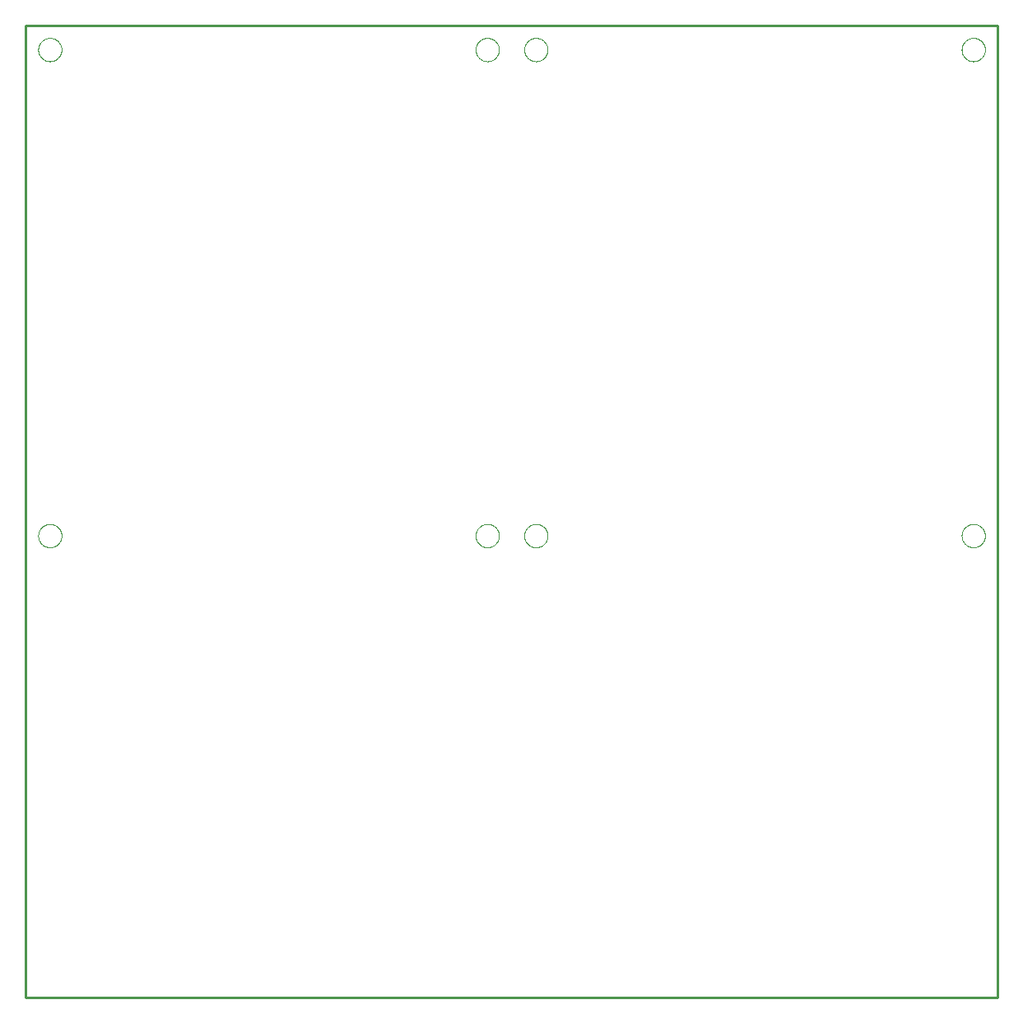
<source format=gm1>
G75*
%MOIN*%
%OFA0B0*%
%FSLAX25Y25*%
%IPPOS*%
%LPD*%
%AMOC8*
5,1,8,0,0,1.08239X$1,22.5*
%
%ADD10C,0.00000*%
%ADD11C,0.00984*%
D10*
X0005000Y0005000D02*
X0398701Y0005000D01*
X0398701Y0398701D01*
X0005000Y0398701D01*
X0005000Y0005000D01*
X0010119Y0192008D02*
X0010121Y0192145D01*
X0010127Y0192283D01*
X0010137Y0192420D01*
X0010151Y0192556D01*
X0010169Y0192693D01*
X0010191Y0192828D01*
X0010217Y0192963D01*
X0010246Y0193097D01*
X0010280Y0193231D01*
X0010317Y0193363D01*
X0010359Y0193494D01*
X0010404Y0193624D01*
X0010453Y0193752D01*
X0010505Y0193879D01*
X0010562Y0194004D01*
X0010621Y0194128D01*
X0010685Y0194250D01*
X0010752Y0194370D01*
X0010822Y0194488D01*
X0010896Y0194604D01*
X0010973Y0194718D01*
X0011054Y0194829D01*
X0011137Y0194938D01*
X0011224Y0195045D01*
X0011314Y0195148D01*
X0011407Y0195250D01*
X0011503Y0195348D01*
X0011601Y0195444D01*
X0011703Y0195537D01*
X0011806Y0195627D01*
X0011913Y0195714D01*
X0012022Y0195797D01*
X0012133Y0195878D01*
X0012247Y0195955D01*
X0012363Y0196029D01*
X0012481Y0196099D01*
X0012601Y0196166D01*
X0012723Y0196230D01*
X0012847Y0196289D01*
X0012972Y0196346D01*
X0013099Y0196398D01*
X0013227Y0196447D01*
X0013357Y0196492D01*
X0013488Y0196534D01*
X0013620Y0196571D01*
X0013754Y0196605D01*
X0013888Y0196634D01*
X0014023Y0196660D01*
X0014158Y0196682D01*
X0014295Y0196700D01*
X0014431Y0196714D01*
X0014568Y0196724D01*
X0014706Y0196730D01*
X0014843Y0196732D01*
X0014980Y0196730D01*
X0015118Y0196724D01*
X0015255Y0196714D01*
X0015391Y0196700D01*
X0015528Y0196682D01*
X0015663Y0196660D01*
X0015798Y0196634D01*
X0015932Y0196605D01*
X0016066Y0196571D01*
X0016198Y0196534D01*
X0016329Y0196492D01*
X0016459Y0196447D01*
X0016587Y0196398D01*
X0016714Y0196346D01*
X0016839Y0196289D01*
X0016963Y0196230D01*
X0017085Y0196166D01*
X0017205Y0196099D01*
X0017323Y0196029D01*
X0017439Y0195955D01*
X0017553Y0195878D01*
X0017664Y0195797D01*
X0017773Y0195714D01*
X0017880Y0195627D01*
X0017983Y0195537D01*
X0018085Y0195444D01*
X0018183Y0195348D01*
X0018279Y0195250D01*
X0018372Y0195148D01*
X0018462Y0195045D01*
X0018549Y0194938D01*
X0018632Y0194829D01*
X0018713Y0194718D01*
X0018790Y0194604D01*
X0018864Y0194488D01*
X0018934Y0194370D01*
X0019001Y0194250D01*
X0019065Y0194128D01*
X0019124Y0194004D01*
X0019181Y0193879D01*
X0019233Y0193752D01*
X0019282Y0193624D01*
X0019327Y0193494D01*
X0019369Y0193363D01*
X0019406Y0193231D01*
X0019440Y0193097D01*
X0019469Y0192963D01*
X0019495Y0192828D01*
X0019517Y0192693D01*
X0019535Y0192556D01*
X0019549Y0192420D01*
X0019559Y0192283D01*
X0019565Y0192145D01*
X0019567Y0192008D01*
X0019565Y0191871D01*
X0019559Y0191733D01*
X0019549Y0191596D01*
X0019535Y0191460D01*
X0019517Y0191323D01*
X0019495Y0191188D01*
X0019469Y0191053D01*
X0019440Y0190919D01*
X0019406Y0190785D01*
X0019369Y0190653D01*
X0019327Y0190522D01*
X0019282Y0190392D01*
X0019233Y0190264D01*
X0019181Y0190137D01*
X0019124Y0190012D01*
X0019065Y0189888D01*
X0019001Y0189766D01*
X0018934Y0189646D01*
X0018864Y0189528D01*
X0018790Y0189412D01*
X0018713Y0189298D01*
X0018632Y0189187D01*
X0018549Y0189078D01*
X0018462Y0188971D01*
X0018372Y0188868D01*
X0018279Y0188766D01*
X0018183Y0188668D01*
X0018085Y0188572D01*
X0017983Y0188479D01*
X0017880Y0188389D01*
X0017773Y0188302D01*
X0017664Y0188219D01*
X0017553Y0188138D01*
X0017439Y0188061D01*
X0017323Y0187987D01*
X0017205Y0187917D01*
X0017085Y0187850D01*
X0016963Y0187786D01*
X0016839Y0187727D01*
X0016714Y0187670D01*
X0016587Y0187618D01*
X0016459Y0187569D01*
X0016329Y0187524D01*
X0016198Y0187482D01*
X0016066Y0187445D01*
X0015932Y0187411D01*
X0015798Y0187382D01*
X0015663Y0187356D01*
X0015528Y0187334D01*
X0015391Y0187316D01*
X0015255Y0187302D01*
X0015118Y0187292D01*
X0014980Y0187286D01*
X0014843Y0187284D01*
X0014706Y0187286D01*
X0014568Y0187292D01*
X0014431Y0187302D01*
X0014295Y0187316D01*
X0014158Y0187334D01*
X0014023Y0187356D01*
X0013888Y0187382D01*
X0013754Y0187411D01*
X0013620Y0187445D01*
X0013488Y0187482D01*
X0013357Y0187524D01*
X0013227Y0187569D01*
X0013099Y0187618D01*
X0012972Y0187670D01*
X0012847Y0187727D01*
X0012723Y0187786D01*
X0012601Y0187850D01*
X0012481Y0187917D01*
X0012363Y0187987D01*
X0012247Y0188061D01*
X0012133Y0188138D01*
X0012022Y0188219D01*
X0011913Y0188302D01*
X0011806Y0188389D01*
X0011703Y0188479D01*
X0011601Y0188572D01*
X0011503Y0188668D01*
X0011407Y0188766D01*
X0011314Y0188868D01*
X0011224Y0188971D01*
X0011137Y0189078D01*
X0011054Y0189187D01*
X0010973Y0189298D01*
X0010896Y0189412D01*
X0010822Y0189528D01*
X0010752Y0189646D01*
X0010685Y0189766D01*
X0010621Y0189888D01*
X0010562Y0190012D01*
X0010505Y0190137D01*
X0010453Y0190264D01*
X0010404Y0190392D01*
X0010359Y0190522D01*
X0010317Y0190653D01*
X0010280Y0190785D01*
X0010246Y0190919D01*
X0010217Y0191053D01*
X0010191Y0191188D01*
X0010169Y0191323D01*
X0010151Y0191460D01*
X0010137Y0191596D01*
X0010127Y0191733D01*
X0010121Y0191871D01*
X0010119Y0192008D01*
X0187284Y0192008D02*
X0187286Y0192145D01*
X0187292Y0192283D01*
X0187302Y0192420D01*
X0187316Y0192556D01*
X0187334Y0192693D01*
X0187356Y0192828D01*
X0187382Y0192963D01*
X0187411Y0193097D01*
X0187445Y0193231D01*
X0187482Y0193363D01*
X0187524Y0193494D01*
X0187569Y0193624D01*
X0187618Y0193752D01*
X0187670Y0193879D01*
X0187727Y0194004D01*
X0187786Y0194128D01*
X0187850Y0194250D01*
X0187917Y0194370D01*
X0187987Y0194488D01*
X0188061Y0194604D01*
X0188138Y0194718D01*
X0188219Y0194829D01*
X0188302Y0194938D01*
X0188389Y0195045D01*
X0188479Y0195148D01*
X0188572Y0195250D01*
X0188668Y0195348D01*
X0188766Y0195444D01*
X0188868Y0195537D01*
X0188971Y0195627D01*
X0189078Y0195714D01*
X0189187Y0195797D01*
X0189298Y0195878D01*
X0189412Y0195955D01*
X0189528Y0196029D01*
X0189646Y0196099D01*
X0189766Y0196166D01*
X0189888Y0196230D01*
X0190012Y0196289D01*
X0190137Y0196346D01*
X0190264Y0196398D01*
X0190392Y0196447D01*
X0190522Y0196492D01*
X0190653Y0196534D01*
X0190785Y0196571D01*
X0190919Y0196605D01*
X0191053Y0196634D01*
X0191188Y0196660D01*
X0191323Y0196682D01*
X0191460Y0196700D01*
X0191596Y0196714D01*
X0191733Y0196724D01*
X0191871Y0196730D01*
X0192008Y0196732D01*
X0192145Y0196730D01*
X0192283Y0196724D01*
X0192420Y0196714D01*
X0192556Y0196700D01*
X0192693Y0196682D01*
X0192828Y0196660D01*
X0192963Y0196634D01*
X0193097Y0196605D01*
X0193231Y0196571D01*
X0193363Y0196534D01*
X0193494Y0196492D01*
X0193624Y0196447D01*
X0193752Y0196398D01*
X0193879Y0196346D01*
X0194004Y0196289D01*
X0194128Y0196230D01*
X0194250Y0196166D01*
X0194370Y0196099D01*
X0194488Y0196029D01*
X0194604Y0195955D01*
X0194718Y0195878D01*
X0194829Y0195797D01*
X0194938Y0195714D01*
X0195045Y0195627D01*
X0195148Y0195537D01*
X0195250Y0195444D01*
X0195348Y0195348D01*
X0195444Y0195250D01*
X0195537Y0195148D01*
X0195627Y0195045D01*
X0195714Y0194938D01*
X0195797Y0194829D01*
X0195878Y0194718D01*
X0195955Y0194604D01*
X0196029Y0194488D01*
X0196099Y0194370D01*
X0196166Y0194250D01*
X0196230Y0194128D01*
X0196289Y0194004D01*
X0196346Y0193879D01*
X0196398Y0193752D01*
X0196447Y0193624D01*
X0196492Y0193494D01*
X0196534Y0193363D01*
X0196571Y0193231D01*
X0196605Y0193097D01*
X0196634Y0192963D01*
X0196660Y0192828D01*
X0196682Y0192693D01*
X0196700Y0192556D01*
X0196714Y0192420D01*
X0196724Y0192283D01*
X0196730Y0192145D01*
X0196732Y0192008D01*
X0196730Y0191871D01*
X0196724Y0191733D01*
X0196714Y0191596D01*
X0196700Y0191460D01*
X0196682Y0191323D01*
X0196660Y0191188D01*
X0196634Y0191053D01*
X0196605Y0190919D01*
X0196571Y0190785D01*
X0196534Y0190653D01*
X0196492Y0190522D01*
X0196447Y0190392D01*
X0196398Y0190264D01*
X0196346Y0190137D01*
X0196289Y0190012D01*
X0196230Y0189888D01*
X0196166Y0189766D01*
X0196099Y0189646D01*
X0196029Y0189528D01*
X0195955Y0189412D01*
X0195878Y0189298D01*
X0195797Y0189187D01*
X0195714Y0189078D01*
X0195627Y0188971D01*
X0195537Y0188868D01*
X0195444Y0188766D01*
X0195348Y0188668D01*
X0195250Y0188572D01*
X0195148Y0188479D01*
X0195045Y0188389D01*
X0194938Y0188302D01*
X0194829Y0188219D01*
X0194718Y0188138D01*
X0194604Y0188061D01*
X0194488Y0187987D01*
X0194370Y0187917D01*
X0194250Y0187850D01*
X0194128Y0187786D01*
X0194004Y0187727D01*
X0193879Y0187670D01*
X0193752Y0187618D01*
X0193624Y0187569D01*
X0193494Y0187524D01*
X0193363Y0187482D01*
X0193231Y0187445D01*
X0193097Y0187411D01*
X0192963Y0187382D01*
X0192828Y0187356D01*
X0192693Y0187334D01*
X0192556Y0187316D01*
X0192420Y0187302D01*
X0192283Y0187292D01*
X0192145Y0187286D01*
X0192008Y0187284D01*
X0191871Y0187286D01*
X0191733Y0187292D01*
X0191596Y0187302D01*
X0191460Y0187316D01*
X0191323Y0187334D01*
X0191188Y0187356D01*
X0191053Y0187382D01*
X0190919Y0187411D01*
X0190785Y0187445D01*
X0190653Y0187482D01*
X0190522Y0187524D01*
X0190392Y0187569D01*
X0190264Y0187618D01*
X0190137Y0187670D01*
X0190012Y0187727D01*
X0189888Y0187786D01*
X0189766Y0187850D01*
X0189646Y0187917D01*
X0189528Y0187987D01*
X0189412Y0188061D01*
X0189298Y0188138D01*
X0189187Y0188219D01*
X0189078Y0188302D01*
X0188971Y0188389D01*
X0188868Y0188479D01*
X0188766Y0188572D01*
X0188668Y0188668D01*
X0188572Y0188766D01*
X0188479Y0188868D01*
X0188389Y0188971D01*
X0188302Y0189078D01*
X0188219Y0189187D01*
X0188138Y0189298D01*
X0188061Y0189412D01*
X0187987Y0189528D01*
X0187917Y0189646D01*
X0187850Y0189766D01*
X0187786Y0189888D01*
X0187727Y0190012D01*
X0187670Y0190137D01*
X0187618Y0190264D01*
X0187569Y0190392D01*
X0187524Y0190522D01*
X0187482Y0190653D01*
X0187445Y0190785D01*
X0187411Y0190919D01*
X0187382Y0191053D01*
X0187356Y0191188D01*
X0187334Y0191323D01*
X0187316Y0191460D01*
X0187302Y0191596D01*
X0187292Y0191733D01*
X0187286Y0191871D01*
X0187284Y0192008D01*
X0206969Y0192008D02*
X0206971Y0192145D01*
X0206977Y0192283D01*
X0206987Y0192420D01*
X0207001Y0192556D01*
X0207019Y0192693D01*
X0207041Y0192828D01*
X0207067Y0192963D01*
X0207096Y0193097D01*
X0207130Y0193231D01*
X0207167Y0193363D01*
X0207209Y0193494D01*
X0207254Y0193624D01*
X0207303Y0193752D01*
X0207355Y0193879D01*
X0207412Y0194004D01*
X0207471Y0194128D01*
X0207535Y0194250D01*
X0207602Y0194370D01*
X0207672Y0194488D01*
X0207746Y0194604D01*
X0207823Y0194718D01*
X0207904Y0194829D01*
X0207987Y0194938D01*
X0208074Y0195045D01*
X0208164Y0195148D01*
X0208257Y0195250D01*
X0208353Y0195348D01*
X0208451Y0195444D01*
X0208553Y0195537D01*
X0208656Y0195627D01*
X0208763Y0195714D01*
X0208872Y0195797D01*
X0208983Y0195878D01*
X0209097Y0195955D01*
X0209213Y0196029D01*
X0209331Y0196099D01*
X0209451Y0196166D01*
X0209573Y0196230D01*
X0209697Y0196289D01*
X0209822Y0196346D01*
X0209949Y0196398D01*
X0210077Y0196447D01*
X0210207Y0196492D01*
X0210338Y0196534D01*
X0210470Y0196571D01*
X0210604Y0196605D01*
X0210738Y0196634D01*
X0210873Y0196660D01*
X0211008Y0196682D01*
X0211145Y0196700D01*
X0211281Y0196714D01*
X0211418Y0196724D01*
X0211556Y0196730D01*
X0211693Y0196732D01*
X0211830Y0196730D01*
X0211968Y0196724D01*
X0212105Y0196714D01*
X0212241Y0196700D01*
X0212378Y0196682D01*
X0212513Y0196660D01*
X0212648Y0196634D01*
X0212782Y0196605D01*
X0212916Y0196571D01*
X0213048Y0196534D01*
X0213179Y0196492D01*
X0213309Y0196447D01*
X0213437Y0196398D01*
X0213564Y0196346D01*
X0213689Y0196289D01*
X0213813Y0196230D01*
X0213935Y0196166D01*
X0214055Y0196099D01*
X0214173Y0196029D01*
X0214289Y0195955D01*
X0214403Y0195878D01*
X0214514Y0195797D01*
X0214623Y0195714D01*
X0214730Y0195627D01*
X0214833Y0195537D01*
X0214935Y0195444D01*
X0215033Y0195348D01*
X0215129Y0195250D01*
X0215222Y0195148D01*
X0215312Y0195045D01*
X0215399Y0194938D01*
X0215482Y0194829D01*
X0215563Y0194718D01*
X0215640Y0194604D01*
X0215714Y0194488D01*
X0215784Y0194370D01*
X0215851Y0194250D01*
X0215915Y0194128D01*
X0215974Y0194004D01*
X0216031Y0193879D01*
X0216083Y0193752D01*
X0216132Y0193624D01*
X0216177Y0193494D01*
X0216219Y0193363D01*
X0216256Y0193231D01*
X0216290Y0193097D01*
X0216319Y0192963D01*
X0216345Y0192828D01*
X0216367Y0192693D01*
X0216385Y0192556D01*
X0216399Y0192420D01*
X0216409Y0192283D01*
X0216415Y0192145D01*
X0216417Y0192008D01*
X0216415Y0191871D01*
X0216409Y0191733D01*
X0216399Y0191596D01*
X0216385Y0191460D01*
X0216367Y0191323D01*
X0216345Y0191188D01*
X0216319Y0191053D01*
X0216290Y0190919D01*
X0216256Y0190785D01*
X0216219Y0190653D01*
X0216177Y0190522D01*
X0216132Y0190392D01*
X0216083Y0190264D01*
X0216031Y0190137D01*
X0215974Y0190012D01*
X0215915Y0189888D01*
X0215851Y0189766D01*
X0215784Y0189646D01*
X0215714Y0189528D01*
X0215640Y0189412D01*
X0215563Y0189298D01*
X0215482Y0189187D01*
X0215399Y0189078D01*
X0215312Y0188971D01*
X0215222Y0188868D01*
X0215129Y0188766D01*
X0215033Y0188668D01*
X0214935Y0188572D01*
X0214833Y0188479D01*
X0214730Y0188389D01*
X0214623Y0188302D01*
X0214514Y0188219D01*
X0214403Y0188138D01*
X0214289Y0188061D01*
X0214173Y0187987D01*
X0214055Y0187917D01*
X0213935Y0187850D01*
X0213813Y0187786D01*
X0213689Y0187727D01*
X0213564Y0187670D01*
X0213437Y0187618D01*
X0213309Y0187569D01*
X0213179Y0187524D01*
X0213048Y0187482D01*
X0212916Y0187445D01*
X0212782Y0187411D01*
X0212648Y0187382D01*
X0212513Y0187356D01*
X0212378Y0187334D01*
X0212241Y0187316D01*
X0212105Y0187302D01*
X0211968Y0187292D01*
X0211830Y0187286D01*
X0211693Y0187284D01*
X0211556Y0187286D01*
X0211418Y0187292D01*
X0211281Y0187302D01*
X0211145Y0187316D01*
X0211008Y0187334D01*
X0210873Y0187356D01*
X0210738Y0187382D01*
X0210604Y0187411D01*
X0210470Y0187445D01*
X0210338Y0187482D01*
X0210207Y0187524D01*
X0210077Y0187569D01*
X0209949Y0187618D01*
X0209822Y0187670D01*
X0209697Y0187727D01*
X0209573Y0187786D01*
X0209451Y0187850D01*
X0209331Y0187917D01*
X0209213Y0187987D01*
X0209097Y0188061D01*
X0208983Y0188138D01*
X0208872Y0188219D01*
X0208763Y0188302D01*
X0208656Y0188389D01*
X0208553Y0188479D01*
X0208451Y0188572D01*
X0208353Y0188668D01*
X0208257Y0188766D01*
X0208164Y0188868D01*
X0208074Y0188971D01*
X0207987Y0189078D01*
X0207904Y0189187D01*
X0207823Y0189298D01*
X0207746Y0189412D01*
X0207672Y0189528D01*
X0207602Y0189646D01*
X0207535Y0189766D01*
X0207471Y0189888D01*
X0207412Y0190012D01*
X0207355Y0190137D01*
X0207303Y0190264D01*
X0207254Y0190392D01*
X0207209Y0190522D01*
X0207167Y0190653D01*
X0207130Y0190785D01*
X0207096Y0190919D01*
X0207067Y0191053D01*
X0207041Y0191188D01*
X0207019Y0191323D01*
X0207001Y0191460D01*
X0206987Y0191596D01*
X0206977Y0191733D01*
X0206971Y0191871D01*
X0206969Y0192008D01*
X0384134Y0192008D02*
X0384136Y0192145D01*
X0384142Y0192283D01*
X0384152Y0192420D01*
X0384166Y0192556D01*
X0384184Y0192693D01*
X0384206Y0192828D01*
X0384232Y0192963D01*
X0384261Y0193097D01*
X0384295Y0193231D01*
X0384332Y0193363D01*
X0384374Y0193494D01*
X0384419Y0193624D01*
X0384468Y0193752D01*
X0384520Y0193879D01*
X0384577Y0194004D01*
X0384636Y0194128D01*
X0384700Y0194250D01*
X0384767Y0194370D01*
X0384837Y0194488D01*
X0384911Y0194604D01*
X0384988Y0194718D01*
X0385069Y0194829D01*
X0385152Y0194938D01*
X0385239Y0195045D01*
X0385329Y0195148D01*
X0385422Y0195250D01*
X0385518Y0195348D01*
X0385616Y0195444D01*
X0385718Y0195537D01*
X0385821Y0195627D01*
X0385928Y0195714D01*
X0386037Y0195797D01*
X0386148Y0195878D01*
X0386262Y0195955D01*
X0386378Y0196029D01*
X0386496Y0196099D01*
X0386616Y0196166D01*
X0386738Y0196230D01*
X0386862Y0196289D01*
X0386987Y0196346D01*
X0387114Y0196398D01*
X0387242Y0196447D01*
X0387372Y0196492D01*
X0387503Y0196534D01*
X0387635Y0196571D01*
X0387769Y0196605D01*
X0387903Y0196634D01*
X0388038Y0196660D01*
X0388173Y0196682D01*
X0388310Y0196700D01*
X0388446Y0196714D01*
X0388583Y0196724D01*
X0388721Y0196730D01*
X0388858Y0196732D01*
X0388995Y0196730D01*
X0389133Y0196724D01*
X0389270Y0196714D01*
X0389406Y0196700D01*
X0389543Y0196682D01*
X0389678Y0196660D01*
X0389813Y0196634D01*
X0389947Y0196605D01*
X0390081Y0196571D01*
X0390213Y0196534D01*
X0390344Y0196492D01*
X0390474Y0196447D01*
X0390602Y0196398D01*
X0390729Y0196346D01*
X0390854Y0196289D01*
X0390978Y0196230D01*
X0391100Y0196166D01*
X0391220Y0196099D01*
X0391338Y0196029D01*
X0391454Y0195955D01*
X0391568Y0195878D01*
X0391679Y0195797D01*
X0391788Y0195714D01*
X0391895Y0195627D01*
X0391998Y0195537D01*
X0392100Y0195444D01*
X0392198Y0195348D01*
X0392294Y0195250D01*
X0392387Y0195148D01*
X0392477Y0195045D01*
X0392564Y0194938D01*
X0392647Y0194829D01*
X0392728Y0194718D01*
X0392805Y0194604D01*
X0392879Y0194488D01*
X0392949Y0194370D01*
X0393016Y0194250D01*
X0393080Y0194128D01*
X0393139Y0194004D01*
X0393196Y0193879D01*
X0393248Y0193752D01*
X0393297Y0193624D01*
X0393342Y0193494D01*
X0393384Y0193363D01*
X0393421Y0193231D01*
X0393455Y0193097D01*
X0393484Y0192963D01*
X0393510Y0192828D01*
X0393532Y0192693D01*
X0393550Y0192556D01*
X0393564Y0192420D01*
X0393574Y0192283D01*
X0393580Y0192145D01*
X0393582Y0192008D01*
X0393580Y0191871D01*
X0393574Y0191733D01*
X0393564Y0191596D01*
X0393550Y0191460D01*
X0393532Y0191323D01*
X0393510Y0191188D01*
X0393484Y0191053D01*
X0393455Y0190919D01*
X0393421Y0190785D01*
X0393384Y0190653D01*
X0393342Y0190522D01*
X0393297Y0190392D01*
X0393248Y0190264D01*
X0393196Y0190137D01*
X0393139Y0190012D01*
X0393080Y0189888D01*
X0393016Y0189766D01*
X0392949Y0189646D01*
X0392879Y0189528D01*
X0392805Y0189412D01*
X0392728Y0189298D01*
X0392647Y0189187D01*
X0392564Y0189078D01*
X0392477Y0188971D01*
X0392387Y0188868D01*
X0392294Y0188766D01*
X0392198Y0188668D01*
X0392100Y0188572D01*
X0391998Y0188479D01*
X0391895Y0188389D01*
X0391788Y0188302D01*
X0391679Y0188219D01*
X0391568Y0188138D01*
X0391454Y0188061D01*
X0391338Y0187987D01*
X0391220Y0187917D01*
X0391100Y0187850D01*
X0390978Y0187786D01*
X0390854Y0187727D01*
X0390729Y0187670D01*
X0390602Y0187618D01*
X0390474Y0187569D01*
X0390344Y0187524D01*
X0390213Y0187482D01*
X0390081Y0187445D01*
X0389947Y0187411D01*
X0389813Y0187382D01*
X0389678Y0187356D01*
X0389543Y0187334D01*
X0389406Y0187316D01*
X0389270Y0187302D01*
X0389133Y0187292D01*
X0388995Y0187286D01*
X0388858Y0187284D01*
X0388721Y0187286D01*
X0388583Y0187292D01*
X0388446Y0187302D01*
X0388310Y0187316D01*
X0388173Y0187334D01*
X0388038Y0187356D01*
X0387903Y0187382D01*
X0387769Y0187411D01*
X0387635Y0187445D01*
X0387503Y0187482D01*
X0387372Y0187524D01*
X0387242Y0187569D01*
X0387114Y0187618D01*
X0386987Y0187670D01*
X0386862Y0187727D01*
X0386738Y0187786D01*
X0386616Y0187850D01*
X0386496Y0187917D01*
X0386378Y0187987D01*
X0386262Y0188061D01*
X0386148Y0188138D01*
X0386037Y0188219D01*
X0385928Y0188302D01*
X0385821Y0188389D01*
X0385718Y0188479D01*
X0385616Y0188572D01*
X0385518Y0188668D01*
X0385422Y0188766D01*
X0385329Y0188868D01*
X0385239Y0188971D01*
X0385152Y0189078D01*
X0385069Y0189187D01*
X0384988Y0189298D01*
X0384911Y0189412D01*
X0384837Y0189528D01*
X0384767Y0189646D01*
X0384700Y0189766D01*
X0384636Y0189888D01*
X0384577Y0190012D01*
X0384520Y0190137D01*
X0384468Y0190264D01*
X0384419Y0190392D01*
X0384374Y0190522D01*
X0384332Y0190653D01*
X0384295Y0190785D01*
X0384261Y0190919D01*
X0384232Y0191053D01*
X0384206Y0191188D01*
X0384184Y0191323D01*
X0384166Y0191460D01*
X0384152Y0191596D01*
X0384142Y0191733D01*
X0384136Y0191871D01*
X0384134Y0192008D01*
X0384134Y0388858D02*
X0384136Y0388995D01*
X0384142Y0389133D01*
X0384152Y0389270D01*
X0384166Y0389406D01*
X0384184Y0389543D01*
X0384206Y0389678D01*
X0384232Y0389813D01*
X0384261Y0389947D01*
X0384295Y0390081D01*
X0384332Y0390213D01*
X0384374Y0390344D01*
X0384419Y0390474D01*
X0384468Y0390602D01*
X0384520Y0390729D01*
X0384577Y0390854D01*
X0384636Y0390978D01*
X0384700Y0391100D01*
X0384767Y0391220D01*
X0384837Y0391338D01*
X0384911Y0391454D01*
X0384988Y0391568D01*
X0385069Y0391679D01*
X0385152Y0391788D01*
X0385239Y0391895D01*
X0385329Y0391998D01*
X0385422Y0392100D01*
X0385518Y0392198D01*
X0385616Y0392294D01*
X0385718Y0392387D01*
X0385821Y0392477D01*
X0385928Y0392564D01*
X0386037Y0392647D01*
X0386148Y0392728D01*
X0386262Y0392805D01*
X0386378Y0392879D01*
X0386496Y0392949D01*
X0386616Y0393016D01*
X0386738Y0393080D01*
X0386862Y0393139D01*
X0386987Y0393196D01*
X0387114Y0393248D01*
X0387242Y0393297D01*
X0387372Y0393342D01*
X0387503Y0393384D01*
X0387635Y0393421D01*
X0387769Y0393455D01*
X0387903Y0393484D01*
X0388038Y0393510D01*
X0388173Y0393532D01*
X0388310Y0393550D01*
X0388446Y0393564D01*
X0388583Y0393574D01*
X0388721Y0393580D01*
X0388858Y0393582D01*
X0388995Y0393580D01*
X0389133Y0393574D01*
X0389270Y0393564D01*
X0389406Y0393550D01*
X0389543Y0393532D01*
X0389678Y0393510D01*
X0389813Y0393484D01*
X0389947Y0393455D01*
X0390081Y0393421D01*
X0390213Y0393384D01*
X0390344Y0393342D01*
X0390474Y0393297D01*
X0390602Y0393248D01*
X0390729Y0393196D01*
X0390854Y0393139D01*
X0390978Y0393080D01*
X0391100Y0393016D01*
X0391220Y0392949D01*
X0391338Y0392879D01*
X0391454Y0392805D01*
X0391568Y0392728D01*
X0391679Y0392647D01*
X0391788Y0392564D01*
X0391895Y0392477D01*
X0391998Y0392387D01*
X0392100Y0392294D01*
X0392198Y0392198D01*
X0392294Y0392100D01*
X0392387Y0391998D01*
X0392477Y0391895D01*
X0392564Y0391788D01*
X0392647Y0391679D01*
X0392728Y0391568D01*
X0392805Y0391454D01*
X0392879Y0391338D01*
X0392949Y0391220D01*
X0393016Y0391100D01*
X0393080Y0390978D01*
X0393139Y0390854D01*
X0393196Y0390729D01*
X0393248Y0390602D01*
X0393297Y0390474D01*
X0393342Y0390344D01*
X0393384Y0390213D01*
X0393421Y0390081D01*
X0393455Y0389947D01*
X0393484Y0389813D01*
X0393510Y0389678D01*
X0393532Y0389543D01*
X0393550Y0389406D01*
X0393564Y0389270D01*
X0393574Y0389133D01*
X0393580Y0388995D01*
X0393582Y0388858D01*
X0393580Y0388721D01*
X0393574Y0388583D01*
X0393564Y0388446D01*
X0393550Y0388310D01*
X0393532Y0388173D01*
X0393510Y0388038D01*
X0393484Y0387903D01*
X0393455Y0387769D01*
X0393421Y0387635D01*
X0393384Y0387503D01*
X0393342Y0387372D01*
X0393297Y0387242D01*
X0393248Y0387114D01*
X0393196Y0386987D01*
X0393139Y0386862D01*
X0393080Y0386738D01*
X0393016Y0386616D01*
X0392949Y0386496D01*
X0392879Y0386378D01*
X0392805Y0386262D01*
X0392728Y0386148D01*
X0392647Y0386037D01*
X0392564Y0385928D01*
X0392477Y0385821D01*
X0392387Y0385718D01*
X0392294Y0385616D01*
X0392198Y0385518D01*
X0392100Y0385422D01*
X0391998Y0385329D01*
X0391895Y0385239D01*
X0391788Y0385152D01*
X0391679Y0385069D01*
X0391568Y0384988D01*
X0391454Y0384911D01*
X0391338Y0384837D01*
X0391220Y0384767D01*
X0391100Y0384700D01*
X0390978Y0384636D01*
X0390854Y0384577D01*
X0390729Y0384520D01*
X0390602Y0384468D01*
X0390474Y0384419D01*
X0390344Y0384374D01*
X0390213Y0384332D01*
X0390081Y0384295D01*
X0389947Y0384261D01*
X0389813Y0384232D01*
X0389678Y0384206D01*
X0389543Y0384184D01*
X0389406Y0384166D01*
X0389270Y0384152D01*
X0389133Y0384142D01*
X0388995Y0384136D01*
X0388858Y0384134D01*
X0388721Y0384136D01*
X0388583Y0384142D01*
X0388446Y0384152D01*
X0388310Y0384166D01*
X0388173Y0384184D01*
X0388038Y0384206D01*
X0387903Y0384232D01*
X0387769Y0384261D01*
X0387635Y0384295D01*
X0387503Y0384332D01*
X0387372Y0384374D01*
X0387242Y0384419D01*
X0387114Y0384468D01*
X0386987Y0384520D01*
X0386862Y0384577D01*
X0386738Y0384636D01*
X0386616Y0384700D01*
X0386496Y0384767D01*
X0386378Y0384837D01*
X0386262Y0384911D01*
X0386148Y0384988D01*
X0386037Y0385069D01*
X0385928Y0385152D01*
X0385821Y0385239D01*
X0385718Y0385329D01*
X0385616Y0385422D01*
X0385518Y0385518D01*
X0385422Y0385616D01*
X0385329Y0385718D01*
X0385239Y0385821D01*
X0385152Y0385928D01*
X0385069Y0386037D01*
X0384988Y0386148D01*
X0384911Y0386262D01*
X0384837Y0386378D01*
X0384767Y0386496D01*
X0384700Y0386616D01*
X0384636Y0386738D01*
X0384577Y0386862D01*
X0384520Y0386987D01*
X0384468Y0387114D01*
X0384419Y0387242D01*
X0384374Y0387372D01*
X0384332Y0387503D01*
X0384295Y0387635D01*
X0384261Y0387769D01*
X0384232Y0387903D01*
X0384206Y0388038D01*
X0384184Y0388173D01*
X0384166Y0388310D01*
X0384152Y0388446D01*
X0384142Y0388583D01*
X0384136Y0388721D01*
X0384134Y0388858D01*
X0206969Y0388858D02*
X0206971Y0388995D01*
X0206977Y0389133D01*
X0206987Y0389270D01*
X0207001Y0389406D01*
X0207019Y0389543D01*
X0207041Y0389678D01*
X0207067Y0389813D01*
X0207096Y0389947D01*
X0207130Y0390081D01*
X0207167Y0390213D01*
X0207209Y0390344D01*
X0207254Y0390474D01*
X0207303Y0390602D01*
X0207355Y0390729D01*
X0207412Y0390854D01*
X0207471Y0390978D01*
X0207535Y0391100D01*
X0207602Y0391220D01*
X0207672Y0391338D01*
X0207746Y0391454D01*
X0207823Y0391568D01*
X0207904Y0391679D01*
X0207987Y0391788D01*
X0208074Y0391895D01*
X0208164Y0391998D01*
X0208257Y0392100D01*
X0208353Y0392198D01*
X0208451Y0392294D01*
X0208553Y0392387D01*
X0208656Y0392477D01*
X0208763Y0392564D01*
X0208872Y0392647D01*
X0208983Y0392728D01*
X0209097Y0392805D01*
X0209213Y0392879D01*
X0209331Y0392949D01*
X0209451Y0393016D01*
X0209573Y0393080D01*
X0209697Y0393139D01*
X0209822Y0393196D01*
X0209949Y0393248D01*
X0210077Y0393297D01*
X0210207Y0393342D01*
X0210338Y0393384D01*
X0210470Y0393421D01*
X0210604Y0393455D01*
X0210738Y0393484D01*
X0210873Y0393510D01*
X0211008Y0393532D01*
X0211145Y0393550D01*
X0211281Y0393564D01*
X0211418Y0393574D01*
X0211556Y0393580D01*
X0211693Y0393582D01*
X0211830Y0393580D01*
X0211968Y0393574D01*
X0212105Y0393564D01*
X0212241Y0393550D01*
X0212378Y0393532D01*
X0212513Y0393510D01*
X0212648Y0393484D01*
X0212782Y0393455D01*
X0212916Y0393421D01*
X0213048Y0393384D01*
X0213179Y0393342D01*
X0213309Y0393297D01*
X0213437Y0393248D01*
X0213564Y0393196D01*
X0213689Y0393139D01*
X0213813Y0393080D01*
X0213935Y0393016D01*
X0214055Y0392949D01*
X0214173Y0392879D01*
X0214289Y0392805D01*
X0214403Y0392728D01*
X0214514Y0392647D01*
X0214623Y0392564D01*
X0214730Y0392477D01*
X0214833Y0392387D01*
X0214935Y0392294D01*
X0215033Y0392198D01*
X0215129Y0392100D01*
X0215222Y0391998D01*
X0215312Y0391895D01*
X0215399Y0391788D01*
X0215482Y0391679D01*
X0215563Y0391568D01*
X0215640Y0391454D01*
X0215714Y0391338D01*
X0215784Y0391220D01*
X0215851Y0391100D01*
X0215915Y0390978D01*
X0215974Y0390854D01*
X0216031Y0390729D01*
X0216083Y0390602D01*
X0216132Y0390474D01*
X0216177Y0390344D01*
X0216219Y0390213D01*
X0216256Y0390081D01*
X0216290Y0389947D01*
X0216319Y0389813D01*
X0216345Y0389678D01*
X0216367Y0389543D01*
X0216385Y0389406D01*
X0216399Y0389270D01*
X0216409Y0389133D01*
X0216415Y0388995D01*
X0216417Y0388858D01*
X0216415Y0388721D01*
X0216409Y0388583D01*
X0216399Y0388446D01*
X0216385Y0388310D01*
X0216367Y0388173D01*
X0216345Y0388038D01*
X0216319Y0387903D01*
X0216290Y0387769D01*
X0216256Y0387635D01*
X0216219Y0387503D01*
X0216177Y0387372D01*
X0216132Y0387242D01*
X0216083Y0387114D01*
X0216031Y0386987D01*
X0215974Y0386862D01*
X0215915Y0386738D01*
X0215851Y0386616D01*
X0215784Y0386496D01*
X0215714Y0386378D01*
X0215640Y0386262D01*
X0215563Y0386148D01*
X0215482Y0386037D01*
X0215399Y0385928D01*
X0215312Y0385821D01*
X0215222Y0385718D01*
X0215129Y0385616D01*
X0215033Y0385518D01*
X0214935Y0385422D01*
X0214833Y0385329D01*
X0214730Y0385239D01*
X0214623Y0385152D01*
X0214514Y0385069D01*
X0214403Y0384988D01*
X0214289Y0384911D01*
X0214173Y0384837D01*
X0214055Y0384767D01*
X0213935Y0384700D01*
X0213813Y0384636D01*
X0213689Y0384577D01*
X0213564Y0384520D01*
X0213437Y0384468D01*
X0213309Y0384419D01*
X0213179Y0384374D01*
X0213048Y0384332D01*
X0212916Y0384295D01*
X0212782Y0384261D01*
X0212648Y0384232D01*
X0212513Y0384206D01*
X0212378Y0384184D01*
X0212241Y0384166D01*
X0212105Y0384152D01*
X0211968Y0384142D01*
X0211830Y0384136D01*
X0211693Y0384134D01*
X0211556Y0384136D01*
X0211418Y0384142D01*
X0211281Y0384152D01*
X0211145Y0384166D01*
X0211008Y0384184D01*
X0210873Y0384206D01*
X0210738Y0384232D01*
X0210604Y0384261D01*
X0210470Y0384295D01*
X0210338Y0384332D01*
X0210207Y0384374D01*
X0210077Y0384419D01*
X0209949Y0384468D01*
X0209822Y0384520D01*
X0209697Y0384577D01*
X0209573Y0384636D01*
X0209451Y0384700D01*
X0209331Y0384767D01*
X0209213Y0384837D01*
X0209097Y0384911D01*
X0208983Y0384988D01*
X0208872Y0385069D01*
X0208763Y0385152D01*
X0208656Y0385239D01*
X0208553Y0385329D01*
X0208451Y0385422D01*
X0208353Y0385518D01*
X0208257Y0385616D01*
X0208164Y0385718D01*
X0208074Y0385821D01*
X0207987Y0385928D01*
X0207904Y0386037D01*
X0207823Y0386148D01*
X0207746Y0386262D01*
X0207672Y0386378D01*
X0207602Y0386496D01*
X0207535Y0386616D01*
X0207471Y0386738D01*
X0207412Y0386862D01*
X0207355Y0386987D01*
X0207303Y0387114D01*
X0207254Y0387242D01*
X0207209Y0387372D01*
X0207167Y0387503D01*
X0207130Y0387635D01*
X0207096Y0387769D01*
X0207067Y0387903D01*
X0207041Y0388038D01*
X0207019Y0388173D01*
X0207001Y0388310D01*
X0206987Y0388446D01*
X0206977Y0388583D01*
X0206971Y0388721D01*
X0206969Y0388858D01*
X0187284Y0388858D02*
X0187286Y0388995D01*
X0187292Y0389133D01*
X0187302Y0389270D01*
X0187316Y0389406D01*
X0187334Y0389543D01*
X0187356Y0389678D01*
X0187382Y0389813D01*
X0187411Y0389947D01*
X0187445Y0390081D01*
X0187482Y0390213D01*
X0187524Y0390344D01*
X0187569Y0390474D01*
X0187618Y0390602D01*
X0187670Y0390729D01*
X0187727Y0390854D01*
X0187786Y0390978D01*
X0187850Y0391100D01*
X0187917Y0391220D01*
X0187987Y0391338D01*
X0188061Y0391454D01*
X0188138Y0391568D01*
X0188219Y0391679D01*
X0188302Y0391788D01*
X0188389Y0391895D01*
X0188479Y0391998D01*
X0188572Y0392100D01*
X0188668Y0392198D01*
X0188766Y0392294D01*
X0188868Y0392387D01*
X0188971Y0392477D01*
X0189078Y0392564D01*
X0189187Y0392647D01*
X0189298Y0392728D01*
X0189412Y0392805D01*
X0189528Y0392879D01*
X0189646Y0392949D01*
X0189766Y0393016D01*
X0189888Y0393080D01*
X0190012Y0393139D01*
X0190137Y0393196D01*
X0190264Y0393248D01*
X0190392Y0393297D01*
X0190522Y0393342D01*
X0190653Y0393384D01*
X0190785Y0393421D01*
X0190919Y0393455D01*
X0191053Y0393484D01*
X0191188Y0393510D01*
X0191323Y0393532D01*
X0191460Y0393550D01*
X0191596Y0393564D01*
X0191733Y0393574D01*
X0191871Y0393580D01*
X0192008Y0393582D01*
X0192145Y0393580D01*
X0192283Y0393574D01*
X0192420Y0393564D01*
X0192556Y0393550D01*
X0192693Y0393532D01*
X0192828Y0393510D01*
X0192963Y0393484D01*
X0193097Y0393455D01*
X0193231Y0393421D01*
X0193363Y0393384D01*
X0193494Y0393342D01*
X0193624Y0393297D01*
X0193752Y0393248D01*
X0193879Y0393196D01*
X0194004Y0393139D01*
X0194128Y0393080D01*
X0194250Y0393016D01*
X0194370Y0392949D01*
X0194488Y0392879D01*
X0194604Y0392805D01*
X0194718Y0392728D01*
X0194829Y0392647D01*
X0194938Y0392564D01*
X0195045Y0392477D01*
X0195148Y0392387D01*
X0195250Y0392294D01*
X0195348Y0392198D01*
X0195444Y0392100D01*
X0195537Y0391998D01*
X0195627Y0391895D01*
X0195714Y0391788D01*
X0195797Y0391679D01*
X0195878Y0391568D01*
X0195955Y0391454D01*
X0196029Y0391338D01*
X0196099Y0391220D01*
X0196166Y0391100D01*
X0196230Y0390978D01*
X0196289Y0390854D01*
X0196346Y0390729D01*
X0196398Y0390602D01*
X0196447Y0390474D01*
X0196492Y0390344D01*
X0196534Y0390213D01*
X0196571Y0390081D01*
X0196605Y0389947D01*
X0196634Y0389813D01*
X0196660Y0389678D01*
X0196682Y0389543D01*
X0196700Y0389406D01*
X0196714Y0389270D01*
X0196724Y0389133D01*
X0196730Y0388995D01*
X0196732Y0388858D01*
X0196730Y0388721D01*
X0196724Y0388583D01*
X0196714Y0388446D01*
X0196700Y0388310D01*
X0196682Y0388173D01*
X0196660Y0388038D01*
X0196634Y0387903D01*
X0196605Y0387769D01*
X0196571Y0387635D01*
X0196534Y0387503D01*
X0196492Y0387372D01*
X0196447Y0387242D01*
X0196398Y0387114D01*
X0196346Y0386987D01*
X0196289Y0386862D01*
X0196230Y0386738D01*
X0196166Y0386616D01*
X0196099Y0386496D01*
X0196029Y0386378D01*
X0195955Y0386262D01*
X0195878Y0386148D01*
X0195797Y0386037D01*
X0195714Y0385928D01*
X0195627Y0385821D01*
X0195537Y0385718D01*
X0195444Y0385616D01*
X0195348Y0385518D01*
X0195250Y0385422D01*
X0195148Y0385329D01*
X0195045Y0385239D01*
X0194938Y0385152D01*
X0194829Y0385069D01*
X0194718Y0384988D01*
X0194604Y0384911D01*
X0194488Y0384837D01*
X0194370Y0384767D01*
X0194250Y0384700D01*
X0194128Y0384636D01*
X0194004Y0384577D01*
X0193879Y0384520D01*
X0193752Y0384468D01*
X0193624Y0384419D01*
X0193494Y0384374D01*
X0193363Y0384332D01*
X0193231Y0384295D01*
X0193097Y0384261D01*
X0192963Y0384232D01*
X0192828Y0384206D01*
X0192693Y0384184D01*
X0192556Y0384166D01*
X0192420Y0384152D01*
X0192283Y0384142D01*
X0192145Y0384136D01*
X0192008Y0384134D01*
X0191871Y0384136D01*
X0191733Y0384142D01*
X0191596Y0384152D01*
X0191460Y0384166D01*
X0191323Y0384184D01*
X0191188Y0384206D01*
X0191053Y0384232D01*
X0190919Y0384261D01*
X0190785Y0384295D01*
X0190653Y0384332D01*
X0190522Y0384374D01*
X0190392Y0384419D01*
X0190264Y0384468D01*
X0190137Y0384520D01*
X0190012Y0384577D01*
X0189888Y0384636D01*
X0189766Y0384700D01*
X0189646Y0384767D01*
X0189528Y0384837D01*
X0189412Y0384911D01*
X0189298Y0384988D01*
X0189187Y0385069D01*
X0189078Y0385152D01*
X0188971Y0385239D01*
X0188868Y0385329D01*
X0188766Y0385422D01*
X0188668Y0385518D01*
X0188572Y0385616D01*
X0188479Y0385718D01*
X0188389Y0385821D01*
X0188302Y0385928D01*
X0188219Y0386037D01*
X0188138Y0386148D01*
X0188061Y0386262D01*
X0187987Y0386378D01*
X0187917Y0386496D01*
X0187850Y0386616D01*
X0187786Y0386738D01*
X0187727Y0386862D01*
X0187670Y0386987D01*
X0187618Y0387114D01*
X0187569Y0387242D01*
X0187524Y0387372D01*
X0187482Y0387503D01*
X0187445Y0387635D01*
X0187411Y0387769D01*
X0187382Y0387903D01*
X0187356Y0388038D01*
X0187334Y0388173D01*
X0187316Y0388310D01*
X0187302Y0388446D01*
X0187292Y0388583D01*
X0187286Y0388721D01*
X0187284Y0388858D01*
X0010119Y0388858D02*
X0010121Y0388995D01*
X0010127Y0389133D01*
X0010137Y0389270D01*
X0010151Y0389406D01*
X0010169Y0389543D01*
X0010191Y0389678D01*
X0010217Y0389813D01*
X0010246Y0389947D01*
X0010280Y0390081D01*
X0010317Y0390213D01*
X0010359Y0390344D01*
X0010404Y0390474D01*
X0010453Y0390602D01*
X0010505Y0390729D01*
X0010562Y0390854D01*
X0010621Y0390978D01*
X0010685Y0391100D01*
X0010752Y0391220D01*
X0010822Y0391338D01*
X0010896Y0391454D01*
X0010973Y0391568D01*
X0011054Y0391679D01*
X0011137Y0391788D01*
X0011224Y0391895D01*
X0011314Y0391998D01*
X0011407Y0392100D01*
X0011503Y0392198D01*
X0011601Y0392294D01*
X0011703Y0392387D01*
X0011806Y0392477D01*
X0011913Y0392564D01*
X0012022Y0392647D01*
X0012133Y0392728D01*
X0012247Y0392805D01*
X0012363Y0392879D01*
X0012481Y0392949D01*
X0012601Y0393016D01*
X0012723Y0393080D01*
X0012847Y0393139D01*
X0012972Y0393196D01*
X0013099Y0393248D01*
X0013227Y0393297D01*
X0013357Y0393342D01*
X0013488Y0393384D01*
X0013620Y0393421D01*
X0013754Y0393455D01*
X0013888Y0393484D01*
X0014023Y0393510D01*
X0014158Y0393532D01*
X0014295Y0393550D01*
X0014431Y0393564D01*
X0014568Y0393574D01*
X0014706Y0393580D01*
X0014843Y0393582D01*
X0014980Y0393580D01*
X0015118Y0393574D01*
X0015255Y0393564D01*
X0015391Y0393550D01*
X0015528Y0393532D01*
X0015663Y0393510D01*
X0015798Y0393484D01*
X0015932Y0393455D01*
X0016066Y0393421D01*
X0016198Y0393384D01*
X0016329Y0393342D01*
X0016459Y0393297D01*
X0016587Y0393248D01*
X0016714Y0393196D01*
X0016839Y0393139D01*
X0016963Y0393080D01*
X0017085Y0393016D01*
X0017205Y0392949D01*
X0017323Y0392879D01*
X0017439Y0392805D01*
X0017553Y0392728D01*
X0017664Y0392647D01*
X0017773Y0392564D01*
X0017880Y0392477D01*
X0017983Y0392387D01*
X0018085Y0392294D01*
X0018183Y0392198D01*
X0018279Y0392100D01*
X0018372Y0391998D01*
X0018462Y0391895D01*
X0018549Y0391788D01*
X0018632Y0391679D01*
X0018713Y0391568D01*
X0018790Y0391454D01*
X0018864Y0391338D01*
X0018934Y0391220D01*
X0019001Y0391100D01*
X0019065Y0390978D01*
X0019124Y0390854D01*
X0019181Y0390729D01*
X0019233Y0390602D01*
X0019282Y0390474D01*
X0019327Y0390344D01*
X0019369Y0390213D01*
X0019406Y0390081D01*
X0019440Y0389947D01*
X0019469Y0389813D01*
X0019495Y0389678D01*
X0019517Y0389543D01*
X0019535Y0389406D01*
X0019549Y0389270D01*
X0019559Y0389133D01*
X0019565Y0388995D01*
X0019567Y0388858D01*
X0019565Y0388721D01*
X0019559Y0388583D01*
X0019549Y0388446D01*
X0019535Y0388310D01*
X0019517Y0388173D01*
X0019495Y0388038D01*
X0019469Y0387903D01*
X0019440Y0387769D01*
X0019406Y0387635D01*
X0019369Y0387503D01*
X0019327Y0387372D01*
X0019282Y0387242D01*
X0019233Y0387114D01*
X0019181Y0386987D01*
X0019124Y0386862D01*
X0019065Y0386738D01*
X0019001Y0386616D01*
X0018934Y0386496D01*
X0018864Y0386378D01*
X0018790Y0386262D01*
X0018713Y0386148D01*
X0018632Y0386037D01*
X0018549Y0385928D01*
X0018462Y0385821D01*
X0018372Y0385718D01*
X0018279Y0385616D01*
X0018183Y0385518D01*
X0018085Y0385422D01*
X0017983Y0385329D01*
X0017880Y0385239D01*
X0017773Y0385152D01*
X0017664Y0385069D01*
X0017553Y0384988D01*
X0017439Y0384911D01*
X0017323Y0384837D01*
X0017205Y0384767D01*
X0017085Y0384700D01*
X0016963Y0384636D01*
X0016839Y0384577D01*
X0016714Y0384520D01*
X0016587Y0384468D01*
X0016459Y0384419D01*
X0016329Y0384374D01*
X0016198Y0384332D01*
X0016066Y0384295D01*
X0015932Y0384261D01*
X0015798Y0384232D01*
X0015663Y0384206D01*
X0015528Y0384184D01*
X0015391Y0384166D01*
X0015255Y0384152D01*
X0015118Y0384142D01*
X0014980Y0384136D01*
X0014843Y0384134D01*
X0014706Y0384136D01*
X0014568Y0384142D01*
X0014431Y0384152D01*
X0014295Y0384166D01*
X0014158Y0384184D01*
X0014023Y0384206D01*
X0013888Y0384232D01*
X0013754Y0384261D01*
X0013620Y0384295D01*
X0013488Y0384332D01*
X0013357Y0384374D01*
X0013227Y0384419D01*
X0013099Y0384468D01*
X0012972Y0384520D01*
X0012847Y0384577D01*
X0012723Y0384636D01*
X0012601Y0384700D01*
X0012481Y0384767D01*
X0012363Y0384837D01*
X0012247Y0384911D01*
X0012133Y0384988D01*
X0012022Y0385069D01*
X0011913Y0385152D01*
X0011806Y0385239D01*
X0011703Y0385329D01*
X0011601Y0385422D01*
X0011503Y0385518D01*
X0011407Y0385616D01*
X0011314Y0385718D01*
X0011224Y0385821D01*
X0011137Y0385928D01*
X0011054Y0386037D01*
X0010973Y0386148D01*
X0010896Y0386262D01*
X0010822Y0386378D01*
X0010752Y0386496D01*
X0010685Y0386616D01*
X0010621Y0386738D01*
X0010562Y0386862D01*
X0010505Y0386987D01*
X0010453Y0387114D01*
X0010404Y0387242D01*
X0010359Y0387372D01*
X0010317Y0387503D01*
X0010280Y0387635D01*
X0010246Y0387769D01*
X0010217Y0387903D01*
X0010191Y0388038D01*
X0010169Y0388173D01*
X0010151Y0388310D01*
X0010137Y0388446D01*
X0010127Y0388583D01*
X0010121Y0388721D01*
X0010119Y0388858D01*
D11*
X0005000Y0005000D02*
X0398701Y0005000D01*
X0398701Y0398701D01*
X0005000Y0398701D01*
X0005000Y0005000D01*
M02*

</source>
